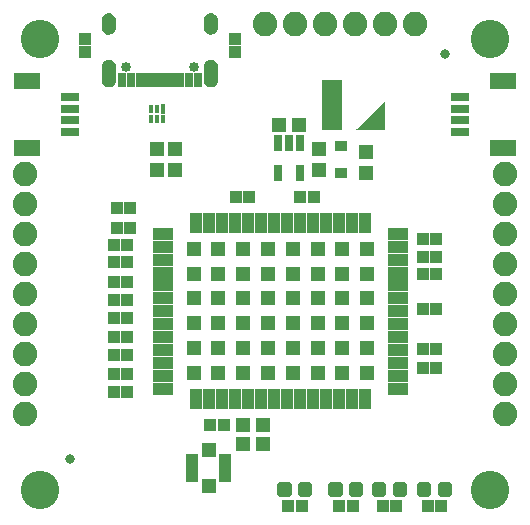
<source format=gts>
G04 EAGLE Gerber RS-274X export*
G75*
%MOMM*%
%FSLAX34Y34*%
%LPD*%
%INSoldermask Top*%
%IPPOS*%
%AMOC8*
5,1,8,0,0,1.08239X$1,22.5*%
G01*
%ADD10R,2.203200X1.403200*%
%ADD11R,1.553200X0.803200*%
%ADD12R,1.053200X1.103200*%
%ADD13R,1.053200X2.403200*%
%ADD14R,1.203200X1.253200*%
%ADD15C,2.082800*%
%ADD16R,1.033200X0.833200*%
%ADD17R,1.203200X1.303200*%
%ADD18C,0.838200*%
%ADD19C,3.251200*%
%ADD20C,0.505344*%
%ADD21R,1.700000X4.200000*%
%ADD22R,0.503200X1.203200*%
%ADD23R,0.803200X1.203200*%
%ADD24C,0.853200*%
%ADD25R,1.303200X1.203200*%
%ADD26R,0.753200X1.403200*%
%ADD27R,1.103200X1.053200*%
%ADD28R,0.453200X0.813200*%
%ADD29R,0.453200X0.763200*%
%ADD30R,1.003200X1.703200*%
%ADD31R,1.703200X1.003200*%
%ADD32R,1.303200X1.303200*%

G36*
X317646Y329826D02*
X317646Y329826D01*
X317663Y329823D01*
X317713Y329845D01*
X317764Y329860D01*
X317775Y329873D01*
X317791Y329880D01*
X317821Y329925D01*
X317856Y329965D01*
X317859Y329982D01*
X317868Y329997D01*
X317879Y330070D01*
X317879Y354070D01*
X317867Y354112D01*
X317864Y354156D01*
X317848Y354178D01*
X317840Y354204D01*
X317807Y354233D01*
X317781Y354268D01*
X317755Y354278D01*
X317735Y354296D01*
X317691Y354303D01*
X317651Y354318D01*
X317624Y354313D01*
X317597Y354317D01*
X317556Y354299D01*
X317514Y354290D01*
X317478Y354264D01*
X317469Y354260D01*
X317465Y354255D01*
X317454Y354246D01*
X293454Y330246D01*
X293433Y330208D01*
X293404Y330175D01*
X293400Y330148D01*
X293387Y330124D01*
X293390Y330080D01*
X293383Y330037D01*
X293394Y330012D01*
X293396Y329984D01*
X293422Y329949D01*
X293440Y329909D01*
X293463Y329894D01*
X293479Y329872D01*
X293520Y329856D01*
X293557Y329832D01*
X293600Y329825D01*
X293609Y329822D01*
X293616Y329823D01*
X293630Y329821D01*
X317630Y329821D01*
X317646Y329826D01*
G37*
G36*
X84934Y366222D02*
X84934Y366222D01*
X84939Y366227D01*
X84943Y366223D01*
X86040Y366510D01*
X86044Y366516D01*
X86049Y366513D01*
X87068Y367008D01*
X87071Y367014D01*
X87076Y367013D01*
X87979Y367697D01*
X87981Y367704D01*
X87986Y367704D01*
X88739Y368551D01*
X88739Y368558D01*
X88744Y368559D01*
X89317Y369536D01*
X89316Y369539D01*
X89317Y369540D01*
X89316Y369541D01*
X89316Y369543D01*
X89321Y369545D01*
X89692Y370616D01*
X89690Y370621D01*
X89693Y370623D01*
X89692Y370624D01*
X89694Y370625D01*
X89849Y371747D01*
X89846Y371752D01*
X89849Y371754D01*
X89849Y383754D01*
X89846Y383759D01*
X89849Y383762D01*
X89644Y385029D01*
X89638Y385035D01*
X89641Y385040D01*
X89159Y386229D01*
X89152Y386233D01*
X89154Y386239D01*
X88420Y387292D01*
X88412Y387294D01*
X88413Y387300D01*
X87463Y388163D01*
X87454Y388164D01*
X87454Y388169D01*
X86335Y388799D01*
X86327Y388798D01*
X86325Y388804D01*
X85095Y389169D01*
X85087Y389166D01*
X85084Y389171D01*
X83803Y389253D01*
X83797Y389253D01*
X82516Y389171D01*
X82510Y389165D01*
X82505Y389169D01*
X81275Y388804D01*
X81270Y388797D01*
X81265Y388799D01*
X80146Y388169D01*
X80143Y388162D01*
X80137Y388163D01*
X79187Y387300D01*
X79186Y387292D01*
X79180Y387292D01*
X78446Y386239D01*
X78446Y386231D01*
X78441Y386229D01*
X77959Y385040D01*
X77961Y385034D01*
X77957Y385031D01*
X77958Y385030D01*
X77956Y385029D01*
X77751Y383762D01*
X77754Y383757D01*
X77751Y383754D01*
X77751Y371754D01*
X77754Y371750D01*
X77751Y371747D01*
X77906Y370625D01*
X77911Y370620D01*
X77908Y370616D01*
X78279Y369545D01*
X78285Y369541D01*
X78283Y369536D01*
X78856Y368559D01*
X78862Y368556D01*
X78861Y368551D01*
X79614Y367704D01*
X79621Y367702D01*
X79621Y367697D01*
X80524Y367013D01*
X80531Y367013D01*
X80532Y367008D01*
X81551Y366513D01*
X81558Y366515D01*
X81560Y366510D01*
X82657Y366223D01*
X82663Y366226D01*
X82666Y366222D01*
X83797Y366155D01*
X83801Y366157D01*
X83803Y366155D01*
X84934Y366222D01*
G37*
G36*
X171334Y366222D02*
X171334Y366222D01*
X171339Y366227D01*
X171343Y366223D01*
X172440Y366510D01*
X172444Y366516D01*
X172449Y366513D01*
X173468Y367008D01*
X173471Y367014D01*
X173476Y367013D01*
X174379Y367697D01*
X174381Y367704D01*
X174386Y367704D01*
X175139Y368551D01*
X175139Y368558D01*
X175144Y368559D01*
X175717Y369536D01*
X175716Y369539D01*
X175717Y369540D01*
X175716Y369541D01*
X175716Y369543D01*
X175721Y369545D01*
X176092Y370616D01*
X176090Y370621D01*
X176093Y370623D01*
X176092Y370624D01*
X176094Y370625D01*
X176249Y371747D01*
X176246Y371752D01*
X176249Y371754D01*
X176249Y383754D01*
X176246Y383759D01*
X176249Y383762D01*
X176044Y385029D01*
X176038Y385035D01*
X176041Y385040D01*
X175559Y386229D01*
X175552Y386233D01*
X175554Y386239D01*
X174820Y387292D01*
X174812Y387294D01*
X174813Y387300D01*
X173863Y388163D01*
X173854Y388164D01*
X173854Y388169D01*
X172735Y388799D01*
X172727Y388798D01*
X172725Y388804D01*
X171495Y389169D01*
X171487Y389166D01*
X171484Y389171D01*
X170203Y389253D01*
X170197Y389253D01*
X168916Y389171D01*
X168910Y389165D01*
X168905Y389169D01*
X167675Y388804D01*
X167670Y388797D01*
X167665Y388799D01*
X166546Y388169D01*
X166543Y388162D01*
X166537Y388163D01*
X165587Y387300D01*
X165586Y387292D01*
X165580Y387292D01*
X164846Y386239D01*
X164846Y386231D01*
X164841Y386229D01*
X164359Y385040D01*
X164361Y385034D01*
X164357Y385031D01*
X164358Y385030D01*
X164356Y385029D01*
X164151Y383762D01*
X164154Y383757D01*
X164151Y383754D01*
X164151Y371754D01*
X164154Y371750D01*
X164151Y371747D01*
X164306Y370625D01*
X164311Y370620D01*
X164308Y370616D01*
X164679Y369545D01*
X164685Y369541D01*
X164683Y369536D01*
X165256Y368559D01*
X165262Y368556D01*
X165261Y368551D01*
X166014Y367704D01*
X166021Y367702D01*
X166021Y367697D01*
X166924Y367013D01*
X166931Y367013D01*
X166932Y367008D01*
X167951Y366513D01*
X167958Y366515D01*
X167960Y366510D01*
X169057Y366223D01*
X169063Y366226D01*
X169066Y366222D01*
X170197Y366155D01*
X170201Y366157D01*
X170203Y366155D01*
X171334Y366222D01*
G37*
G36*
X170202Y410459D02*
X170202Y410459D01*
X170206Y410455D01*
X171546Y410612D01*
X171552Y410617D01*
X171557Y410614D01*
X172828Y411065D01*
X172833Y411072D01*
X172838Y411070D01*
X173977Y411792D01*
X173980Y411800D01*
X173986Y411799D01*
X174936Y412757D01*
X174937Y412765D01*
X174943Y412766D01*
X175656Y413911D01*
X175655Y413920D01*
X175661Y413921D01*
X176101Y415197D01*
X176099Y415204D01*
X176103Y415207D01*
X176249Y416549D01*
X176247Y416552D01*
X176249Y416554D01*
X176249Y422554D01*
X176247Y422558D01*
X176249Y422560D01*
X176094Y423889D01*
X176088Y423895D01*
X176091Y423899D01*
X175644Y425160D01*
X175637Y425165D01*
X175639Y425170D01*
X174922Y426300D01*
X174915Y426303D01*
X174916Y426309D01*
X173966Y427251D01*
X173957Y427252D01*
X173957Y427258D01*
X172821Y427965D01*
X172813Y427964D01*
X172811Y427970D01*
X171546Y428406D01*
X171538Y428404D01*
X171536Y428409D01*
X170205Y428553D01*
X170199Y428549D01*
X170195Y428553D01*
X169029Y428443D01*
X169024Y428438D01*
X169020Y428441D01*
X167897Y428106D01*
X167893Y428100D01*
X167889Y428102D01*
X166853Y427554D01*
X166850Y427548D01*
X166845Y427549D01*
X165937Y426810D01*
X165935Y426803D01*
X165930Y426803D01*
X165183Y425901D01*
X165183Y425894D01*
X165178Y425893D01*
X164621Y424862D01*
X164622Y424855D01*
X164617Y424853D01*
X164273Y423734D01*
X164275Y423727D01*
X164271Y423724D01*
X164151Y422559D01*
X164153Y422556D01*
X164151Y422554D01*
X164151Y416554D01*
X164153Y416551D01*
X164151Y416549D01*
X164262Y415373D01*
X164267Y415368D01*
X164264Y415364D01*
X164602Y414232D01*
X164608Y414228D01*
X164606Y414223D01*
X165158Y413179D01*
X165165Y413176D01*
X165163Y413171D01*
X165909Y412255D01*
X165916Y412254D01*
X165916Y412248D01*
X166826Y411495D01*
X166833Y411495D01*
X166834Y411490D01*
X167873Y410929D01*
X167880Y410930D01*
X167882Y410925D01*
X169011Y410578D01*
X169017Y410580D01*
X169020Y410576D01*
X170195Y410455D01*
X170202Y410459D01*
G37*
G36*
X83802Y410459D02*
X83802Y410459D01*
X83806Y410455D01*
X85146Y410612D01*
X85152Y410617D01*
X85157Y410614D01*
X86428Y411065D01*
X86433Y411072D01*
X86438Y411070D01*
X87577Y411792D01*
X87580Y411800D01*
X87586Y411799D01*
X88536Y412757D01*
X88537Y412765D01*
X88543Y412766D01*
X89256Y413911D01*
X89255Y413920D01*
X89261Y413921D01*
X89701Y415197D01*
X89699Y415204D01*
X89703Y415207D01*
X89849Y416549D01*
X89847Y416552D01*
X89849Y416554D01*
X89849Y422554D01*
X89847Y422558D01*
X89849Y422560D01*
X89694Y423889D01*
X89688Y423895D01*
X89691Y423899D01*
X89244Y425160D01*
X89237Y425165D01*
X89239Y425170D01*
X88522Y426300D01*
X88515Y426303D01*
X88516Y426309D01*
X87566Y427251D01*
X87557Y427252D01*
X87557Y427258D01*
X86421Y427965D01*
X86413Y427964D01*
X86411Y427970D01*
X85146Y428406D01*
X85138Y428404D01*
X85136Y428409D01*
X83805Y428553D01*
X83799Y428549D01*
X83795Y428553D01*
X82629Y428443D01*
X82624Y428438D01*
X82620Y428441D01*
X81497Y428106D01*
X81493Y428100D01*
X81489Y428102D01*
X80453Y427554D01*
X80450Y427548D01*
X80445Y427549D01*
X79537Y426810D01*
X79535Y426803D01*
X79530Y426803D01*
X78783Y425901D01*
X78783Y425894D01*
X78778Y425893D01*
X78221Y424862D01*
X78222Y424855D01*
X78217Y424853D01*
X77873Y423734D01*
X77875Y423727D01*
X77871Y423724D01*
X77751Y422559D01*
X77753Y422556D01*
X77751Y422554D01*
X77751Y416554D01*
X77753Y416551D01*
X77751Y416549D01*
X77862Y415373D01*
X77867Y415368D01*
X77864Y415364D01*
X78202Y414232D01*
X78208Y414228D01*
X78206Y414223D01*
X78758Y413179D01*
X78765Y413176D01*
X78763Y413171D01*
X79509Y412255D01*
X79516Y412254D01*
X79516Y412248D01*
X80426Y411495D01*
X80433Y411495D01*
X80434Y411490D01*
X81473Y410929D01*
X81480Y410930D01*
X81482Y410925D01*
X82611Y410578D01*
X82617Y410580D01*
X82620Y410576D01*
X83795Y410455D01*
X83802Y410459D01*
G37*
D10*
X14050Y370900D03*
X14050Y314900D03*
D11*
X50800Y357900D03*
X50800Y347900D03*
X50800Y337900D03*
X50800Y327900D03*
D12*
X90407Y246634D03*
X102007Y246634D03*
X90407Y263810D03*
X102007Y263810D03*
D13*
X154398Y43434D03*
X181898Y43434D03*
D14*
X168148Y58684D03*
X168148Y28184D03*
D15*
X419100Y292100D03*
X419100Y266700D03*
X419100Y241300D03*
X419100Y215900D03*
X419100Y190500D03*
X419100Y165100D03*
X419100Y139700D03*
X419100Y114300D03*
X419100Y88900D03*
D16*
X279908Y316300D03*
X279908Y293300D03*
D17*
X301244Y310760D03*
X301244Y293760D03*
D18*
X368300Y393700D03*
X50800Y50800D03*
D19*
X406400Y406400D03*
X25400Y406400D03*
D20*
X246580Y28890D02*
X246580Y21910D01*
X246580Y28890D02*
X253560Y28890D01*
X253560Y21910D01*
X246580Y21910D01*
X246580Y26710D02*
X253560Y26710D01*
X229040Y28890D02*
X229040Y21910D01*
X229040Y28890D02*
X236020Y28890D01*
X236020Y21910D01*
X229040Y21910D01*
X229040Y26710D02*
X236020Y26710D01*
D12*
X235500Y11430D03*
X247100Y11430D03*
D21*
X272330Y350870D03*
D22*
X119500Y371954D03*
X124500Y371954D03*
D23*
X94750Y371954D03*
X102500Y371954D03*
D22*
X109500Y371954D03*
X114500Y371954D03*
X134500Y371954D03*
X129500Y371954D03*
D23*
X159250Y371954D03*
X151500Y371954D03*
D22*
X144500Y371954D03*
X139500Y371954D03*
D24*
X155900Y383004D03*
X98100Y383004D03*
D25*
X197240Y63500D03*
X214240Y63500D03*
D26*
X245720Y319071D03*
X236220Y319071D03*
X226720Y319071D03*
X226720Y293069D03*
X245720Y293069D03*
D27*
X63500Y407120D03*
X63500Y395520D03*
X190500Y407120D03*
X190500Y395520D03*
D25*
X227720Y334010D03*
X244720Y334010D03*
D17*
X261620Y296300D03*
X261620Y313300D03*
D28*
X129460Y347458D03*
D29*
X124460Y347708D03*
X119460Y347708D03*
X119460Y339108D03*
X124460Y339108D03*
X129460Y339108D03*
D17*
X139700Y313300D03*
X139700Y296300D03*
X124460Y313300D03*
X124460Y296300D03*
D12*
X278680Y11430D03*
X290280Y11430D03*
X353610Y11430D03*
X365210Y11430D03*
D20*
X289760Y21910D02*
X289760Y28890D01*
X296740Y28890D01*
X296740Y21910D01*
X289760Y21910D01*
X289760Y26710D02*
X296740Y26710D01*
X272220Y28890D02*
X272220Y21910D01*
X272220Y28890D02*
X279200Y28890D01*
X279200Y21910D01*
X272220Y21910D01*
X272220Y26710D02*
X279200Y26710D01*
X364690Y28890D02*
X364690Y21910D01*
X364690Y28890D02*
X371670Y28890D01*
X371670Y21910D01*
X364690Y21910D01*
X364690Y26710D02*
X371670Y26710D01*
X347150Y28890D02*
X347150Y21910D01*
X347150Y28890D02*
X354130Y28890D01*
X354130Y21910D01*
X347150Y21910D01*
X347150Y26710D02*
X354130Y26710D01*
D10*
X417750Y314900D03*
X417750Y370900D03*
D11*
X381000Y327900D03*
X381000Y337900D03*
X381000Y347900D03*
X381000Y357900D03*
D25*
X197240Y80010D03*
X214240Y80010D03*
D19*
X25400Y25146D03*
X406400Y25146D03*
D15*
X342900Y419100D03*
X317500Y419100D03*
X292100Y419100D03*
X266700Y419100D03*
X241300Y419100D03*
X215900Y419100D03*
X12700Y88900D03*
X12700Y114300D03*
X12700Y139700D03*
X12700Y165100D03*
X12700Y190500D03*
X12700Y215900D03*
X12700Y241300D03*
X12700Y266700D03*
X12700Y292100D03*
D30*
X157480Y101600D03*
X168480Y101600D03*
X179480Y101600D03*
X190480Y101600D03*
X201480Y101600D03*
X212480Y101600D03*
X223480Y101600D03*
X234480Y101600D03*
X245480Y101600D03*
X256480Y101600D03*
X267480Y101600D03*
X278480Y101600D03*
X289480Y101600D03*
X300480Y101600D03*
X157480Y251100D03*
X168480Y251100D03*
X179480Y251100D03*
X190480Y251100D03*
X201480Y251100D03*
X212480Y251100D03*
X223480Y251100D03*
X234480Y251100D03*
X245480Y251100D03*
X256480Y251100D03*
X267480Y251100D03*
X278480Y251100D03*
X289480Y251100D03*
X300480Y251100D03*
D31*
X328480Y110100D03*
X328480Y121100D03*
X328480Y132100D03*
X328480Y143100D03*
X328480Y154100D03*
X328480Y165100D03*
X328480Y176100D03*
X328480Y187100D03*
X328480Y198100D03*
X328480Y209100D03*
X328480Y220100D03*
X328480Y231100D03*
X328480Y242100D03*
X129480Y242100D03*
X129480Y231100D03*
X129480Y220100D03*
X129480Y209100D03*
X129480Y198100D03*
X129480Y187100D03*
X129480Y176100D03*
X129480Y165100D03*
X129480Y154100D03*
X129480Y143100D03*
X129480Y132100D03*
X129480Y121100D03*
X129480Y110100D03*
D32*
X155480Y124100D03*
X176480Y124100D03*
X197480Y124100D03*
X218480Y124100D03*
X239480Y124100D03*
X260480Y124100D03*
X281480Y124100D03*
X302480Y124100D03*
X302480Y145100D03*
X281480Y145100D03*
X260480Y145100D03*
X239480Y145100D03*
X218480Y145100D03*
X197480Y145100D03*
X176480Y145100D03*
X155480Y145100D03*
X155480Y166100D03*
X176480Y166100D03*
X197480Y166100D03*
X218480Y166100D03*
X239480Y166100D03*
X260480Y166100D03*
X281480Y166100D03*
X302480Y166100D03*
X302480Y187100D03*
X281480Y187100D03*
X260480Y187100D03*
X239480Y187100D03*
X218480Y187100D03*
X197480Y187100D03*
X176480Y187100D03*
X155480Y187100D03*
X155480Y208100D03*
X176480Y208100D03*
X197480Y208100D03*
X218480Y208100D03*
X239480Y208100D03*
X260480Y208100D03*
X281480Y208100D03*
X302480Y208100D03*
X302480Y229100D03*
X281480Y229100D03*
X260480Y229100D03*
X239480Y229100D03*
X218480Y229100D03*
X197480Y229100D03*
X176480Y229100D03*
X155480Y229100D03*
D12*
X245660Y273050D03*
X257260Y273050D03*
X202650Y273050D03*
X191050Y273050D03*
X99467Y154672D03*
X87867Y154672D03*
X99467Y123524D03*
X87867Y123524D03*
X99467Y201393D03*
X87867Y201393D03*
X99467Y185819D03*
X87867Y185819D03*
X99467Y170245D03*
X87867Y170245D03*
X99467Y232227D03*
X87867Y232227D03*
X99467Y217923D03*
X87867Y217923D03*
X349448Y237490D03*
X361048Y237490D03*
X349448Y222481D03*
X361048Y222481D03*
X349448Y128155D03*
X361048Y128155D03*
X349448Y144434D03*
X361048Y144434D03*
X99467Y107950D03*
X87867Y107950D03*
X99467Y139098D03*
X87867Y139098D03*
X361048Y178493D03*
X349448Y178493D03*
X361048Y207472D03*
X349448Y207472D03*
X315510Y11430D03*
X327110Y11430D03*
D20*
X326590Y21910D02*
X326590Y28890D01*
X333570Y28890D01*
X333570Y21910D01*
X326590Y21910D01*
X326590Y26710D02*
X333570Y26710D01*
X309050Y28890D02*
X309050Y21910D01*
X309050Y28890D02*
X316030Y28890D01*
X316030Y21910D01*
X309050Y21910D01*
X309050Y26710D02*
X316030Y26710D01*
D12*
X169460Y80010D03*
X181060Y80010D03*
M02*

</source>
